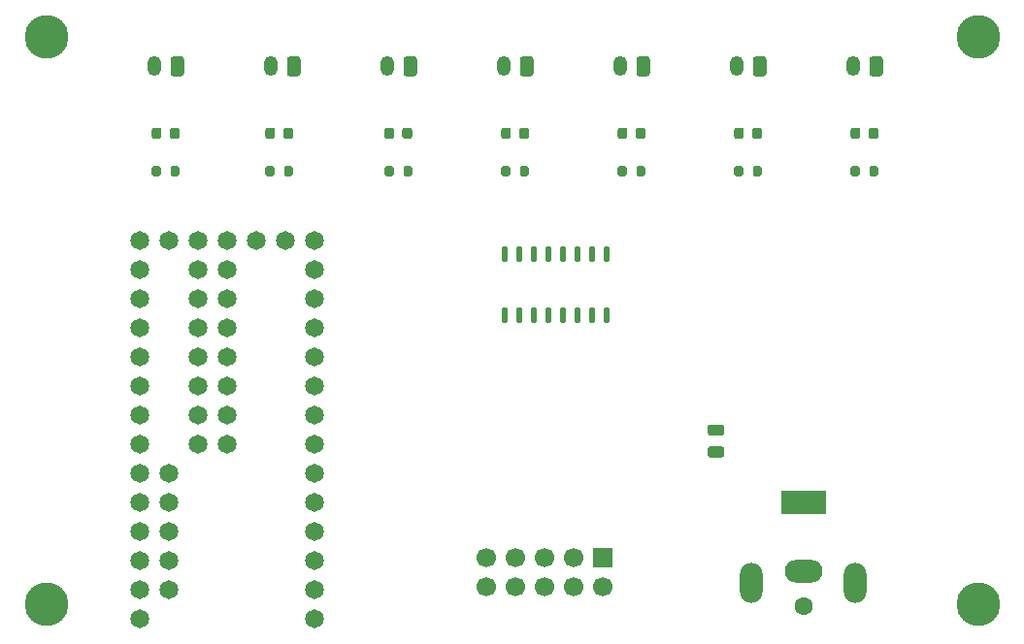
<source format=gbr>
%TF.GenerationSoftware,KiCad,Pcbnew,5.1.7-a382d34a8~87~ubuntu18.04.1*%
%TF.CreationDate,2021-02-24T17:41:24-08:00*%
%TF.ProjectId,teensy3x_solenoid_driver,7465656e-7379-4337-985f-736f6c656e6f,rev?*%
%TF.SameCoordinates,Original*%
%TF.FileFunction,Soldermask,Top*%
%TF.FilePolarity,Negative*%
%FSLAX46Y46*%
G04 Gerber Fmt 4.6, Leading zero omitted, Abs format (unit mm)*
G04 Created by KiCad (PCBNEW 5.1.7-a382d34a8~87~ubuntu18.04.1) date 2021-02-24 17:41:24*
%MOMM*%
%LPD*%
G01*
G04 APERTURE LIST*
%ADD10C,3.810000*%
%ADD11O,1.200000X1.750000*%
%ADD12R,1.700000X1.700000*%
%ADD13C,1.700000*%
%ADD14R,4.000000X2.000000*%
%ADD15O,3.300000X2.000000*%
%ADD16O,2.000000X3.500000*%
%ADD17C,1.600000*%
%ADD18C,1.650000*%
G04 APERTURE END LIST*
D10*
%TO.C,M4*%
X54610000Y-104140000D03*
%TD*%
%TO.C,M3*%
X135890000Y-104140000D03*
%TD*%
%TO.C,M2*%
X135890000Y-54610000D03*
%TD*%
%TO.C,M1*%
X54610000Y-54610000D03*
%TD*%
%TO.C,C1*%
G36*
G01*
X112555000Y-88400000D02*
X113505000Y-88400000D01*
G75*
G02*
X113755000Y-88650000I0J-250000D01*
G01*
X113755000Y-89150000D01*
G75*
G02*
X113505000Y-89400000I-250000J0D01*
G01*
X112555000Y-89400000D01*
G75*
G02*
X112305000Y-89150000I0J250000D01*
G01*
X112305000Y-88650000D01*
G75*
G02*
X112555000Y-88400000I250000J0D01*
G01*
G37*
G36*
G01*
X112555000Y-90300000D02*
X113505000Y-90300000D01*
G75*
G02*
X113755000Y-90550000I0J-250000D01*
G01*
X113755000Y-91050000D01*
G75*
G02*
X113505000Y-91300000I-250000J0D01*
G01*
X112555000Y-91300000D01*
G75*
G02*
X112305000Y-91050000I0J250000D01*
G01*
X112305000Y-90550000D01*
G75*
G02*
X112555000Y-90300000I250000J0D01*
G01*
G37*
%TD*%
%TO.C,J1*%
G36*
G01*
X66640000Y-56524999D02*
X66640000Y-57775001D01*
G75*
G02*
X66390001Y-58025000I-249999J0D01*
G01*
X65689999Y-58025000D01*
G75*
G02*
X65440000Y-57775001I0J249999D01*
G01*
X65440000Y-56524999D01*
G75*
G02*
X65689999Y-56275000I249999J0D01*
G01*
X66390001Y-56275000D01*
G75*
G02*
X66640000Y-56524999I0J-249999D01*
G01*
G37*
D11*
X64040000Y-57150000D03*
%TD*%
%TO.C,J2*%
X74200000Y-57150000D03*
G36*
G01*
X76800000Y-56524999D02*
X76800000Y-57775001D01*
G75*
G02*
X76550001Y-58025000I-249999J0D01*
G01*
X75849999Y-58025000D01*
G75*
G02*
X75600000Y-57775001I0J249999D01*
G01*
X75600000Y-56524999D01*
G75*
G02*
X75849999Y-56275000I249999J0D01*
G01*
X76550001Y-56275000D01*
G75*
G02*
X76800000Y-56524999I0J-249999D01*
G01*
G37*
%TD*%
%TO.C,J3*%
G36*
G01*
X86960000Y-56524999D02*
X86960000Y-57775001D01*
G75*
G02*
X86710001Y-58025000I-249999J0D01*
G01*
X86009999Y-58025000D01*
G75*
G02*
X85760000Y-57775001I0J249999D01*
G01*
X85760000Y-56524999D01*
G75*
G02*
X86009999Y-56275000I249999J0D01*
G01*
X86710001Y-56275000D01*
G75*
G02*
X86960000Y-56524999I0J-249999D01*
G01*
G37*
X84360000Y-57150000D03*
%TD*%
%TO.C,J4*%
X94520000Y-57150000D03*
G36*
G01*
X97120000Y-56524999D02*
X97120000Y-57775001D01*
G75*
G02*
X96870001Y-58025000I-249999J0D01*
G01*
X96169999Y-58025000D01*
G75*
G02*
X95920000Y-57775001I0J249999D01*
G01*
X95920000Y-56524999D01*
G75*
G02*
X96169999Y-56275000I249999J0D01*
G01*
X96870001Y-56275000D01*
G75*
G02*
X97120000Y-56524999I0J-249999D01*
G01*
G37*
%TD*%
%TO.C,J5*%
G36*
G01*
X107280000Y-56524999D02*
X107280000Y-57775001D01*
G75*
G02*
X107030001Y-58025000I-249999J0D01*
G01*
X106329999Y-58025000D01*
G75*
G02*
X106080000Y-57775001I0J249999D01*
G01*
X106080000Y-56524999D01*
G75*
G02*
X106329999Y-56275000I249999J0D01*
G01*
X107030001Y-56275000D01*
G75*
G02*
X107280000Y-56524999I0J-249999D01*
G01*
G37*
X104680000Y-57150000D03*
%TD*%
%TO.C,J6*%
X114840000Y-57150000D03*
G36*
G01*
X117440000Y-56524999D02*
X117440000Y-57775001D01*
G75*
G02*
X117190001Y-58025000I-249999J0D01*
G01*
X116489999Y-58025000D01*
G75*
G02*
X116240000Y-57775001I0J249999D01*
G01*
X116240000Y-56524999D01*
G75*
G02*
X116489999Y-56275000I249999J0D01*
G01*
X117190001Y-56275000D01*
G75*
G02*
X117440000Y-56524999I0J-249999D01*
G01*
G37*
%TD*%
%TO.C,J7*%
G36*
G01*
X127600000Y-56524999D02*
X127600000Y-57775001D01*
G75*
G02*
X127350001Y-58025000I-249999J0D01*
G01*
X126649999Y-58025000D01*
G75*
G02*
X126400000Y-57775001I0J249999D01*
G01*
X126400000Y-56524999D01*
G75*
G02*
X126649999Y-56275000I249999J0D01*
G01*
X127350001Y-56275000D01*
G75*
G02*
X127600000Y-56524999I0J-249999D01*
G01*
G37*
X125000000Y-57150000D03*
%TD*%
D12*
%TO.C,J8*%
X103124000Y-100076000D03*
D13*
X103124000Y-102616000D03*
X100584000Y-100076000D03*
X100584000Y-102616000D03*
X98044000Y-100076000D03*
X98044000Y-102616000D03*
X95504000Y-100076000D03*
X95504000Y-102616000D03*
X92964000Y-100076000D03*
X92964000Y-102616000D03*
%TD*%
D14*
%TO.C,J9*%
X120650000Y-95250000D03*
D15*
X120650000Y-101250000D03*
D16*
X116150000Y-102250000D03*
X125150000Y-102250000D03*
D17*
X120650000Y-104250000D03*
%TD*%
D18*
%TO.C,U1*%
X77978000Y-105410000D03*
X77978000Y-102870000D03*
X77978000Y-100330000D03*
X77978000Y-97790000D03*
X77978000Y-95250000D03*
X77978000Y-92710000D03*
X77978000Y-90170000D03*
X77978000Y-87630000D03*
X77978000Y-85090000D03*
X77978000Y-82550000D03*
X77978000Y-80010000D03*
X77978000Y-77470000D03*
X77978000Y-74930000D03*
X77978000Y-72390000D03*
X75438000Y-72390000D03*
X72898000Y-72390000D03*
X70358000Y-72390000D03*
X67818000Y-72390000D03*
X65278000Y-72390000D03*
X62738000Y-72390000D03*
X62738000Y-74930000D03*
X62738000Y-77470000D03*
X62738000Y-80010000D03*
X62738000Y-82550000D03*
X62738000Y-85090000D03*
X62738000Y-87630000D03*
X62738000Y-90170000D03*
X62738000Y-92710000D03*
X62738000Y-95250000D03*
X62738000Y-97790000D03*
X62738000Y-100330000D03*
X62738000Y-102870000D03*
X62738000Y-105410000D03*
X70358000Y-90170000D03*
X70358000Y-87630000D03*
X70358000Y-85090000D03*
X70358000Y-82550000D03*
X70358000Y-80010000D03*
X70358000Y-77470000D03*
X70358000Y-74930000D03*
X67818000Y-74930000D03*
X67818000Y-77470000D03*
X67818000Y-80010000D03*
X67818000Y-82550000D03*
X67818000Y-85090000D03*
X67818000Y-87630000D03*
X67818000Y-90170000D03*
X65278000Y-92710000D03*
X65278000Y-95250000D03*
X65278000Y-97790000D03*
X65278000Y-102870000D03*
X65278000Y-100330000D03*
%TD*%
%TO.C,U2*%
G36*
G01*
X94752500Y-79525000D02*
X94477500Y-79525000D01*
G75*
G02*
X94340000Y-79387500I0J137500D01*
G01*
X94340000Y-78312500D01*
G75*
G02*
X94477500Y-78175000I137500J0D01*
G01*
X94752500Y-78175000D01*
G75*
G02*
X94890000Y-78312500I0J-137500D01*
G01*
X94890000Y-79387500D01*
G75*
G02*
X94752500Y-79525000I-137500J0D01*
G01*
G37*
G36*
G01*
X96022500Y-79525000D02*
X95747500Y-79525000D01*
G75*
G02*
X95610000Y-79387500I0J137500D01*
G01*
X95610000Y-78312500D01*
G75*
G02*
X95747500Y-78175000I137500J0D01*
G01*
X96022500Y-78175000D01*
G75*
G02*
X96160000Y-78312500I0J-137500D01*
G01*
X96160000Y-79387500D01*
G75*
G02*
X96022500Y-79525000I-137500J0D01*
G01*
G37*
G36*
G01*
X97292500Y-79525000D02*
X97017500Y-79525000D01*
G75*
G02*
X96880000Y-79387500I0J137500D01*
G01*
X96880000Y-78312500D01*
G75*
G02*
X97017500Y-78175000I137500J0D01*
G01*
X97292500Y-78175000D01*
G75*
G02*
X97430000Y-78312500I0J-137500D01*
G01*
X97430000Y-79387500D01*
G75*
G02*
X97292500Y-79525000I-137500J0D01*
G01*
G37*
G36*
G01*
X98562500Y-79525000D02*
X98287500Y-79525000D01*
G75*
G02*
X98150000Y-79387500I0J137500D01*
G01*
X98150000Y-78312500D01*
G75*
G02*
X98287500Y-78175000I137500J0D01*
G01*
X98562500Y-78175000D01*
G75*
G02*
X98700000Y-78312500I0J-137500D01*
G01*
X98700000Y-79387500D01*
G75*
G02*
X98562500Y-79525000I-137500J0D01*
G01*
G37*
G36*
G01*
X99832500Y-79525000D02*
X99557500Y-79525000D01*
G75*
G02*
X99420000Y-79387500I0J137500D01*
G01*
X99420000Y-78312500D01*
G75*
G02*
X99557500Y-78175000I137500J0D01*
G01*
X99832500Y-78175000D01*
G75*
G02*
X99970000Y-78312500I0J-137500D01*
G01*
X99970000Y-79387500D01*
G75*
G02*
X99832500Y-79525000I-137500J0D01*
G01*
G37*
G36*
G01*
X101102500Y-79525000D02*
X100827500Y-79525000D01*
G75*
G02*
X100690000Y-79387500I0J137500D01*
G01*
X100690000Y-78312500D01*
G75*
G02*
X100827500Y-78175000I137500J0D01*
G01*
X101102500Y-78175000D01*
G75*
G02*
X101240000Y-78312500I0J-137500D01*
G01*
X101240000Y-79387500D01*
G75*
G02*
X101102500Y-79525000I-137500J0D01*
G01*
G37*
G36*
G01*
X102372500Y-79525000D02*
X102097500Y-79525000D01*
G75*
G02*
X101960000Y-79387500I0J137500D01*
G01*
X101960000Y-78312500D01*
G75*
G02*
X102097500Y-78175000I137500J0D01*
G01*
X102372500Y-78175000D01*
G75*
G02*
X102510000Y-78312500I0J-137500D01*
G01*
X102510000Y-79387500D01*
G75*
G02*
X102372500Y-79525000I-137500J0D01*
G01*
G37*
G36*
G01*
X103642500Y-79525000D02*
X103367500Y-79525000D01*
G75*
G02*
X103230000Y-79387500I0J137500D01*
G01*
X103230000Y-78312500D01*
G75*
G02*
X103367500Y-78175000I137500J0D01*
G01*
X103642500Y-78175000D01*
G75*
G02*
X103780000Y-78312500I0J-137500D01*
G01*
X103780000Y-79387500D01*
G75*
G02*
X103642500Y-79525000I-137500J0D01*
G01*
G37*
G36*
G01*
X103642500Y-74225000D02*
X103367500Y-74225000D01*
G75*
G02*
X103230000Y-74087500I0J137500D01*
G01*
X103230000Y-73012500D01*
G75*
G02*
X103367500Y-72875000I137500J0D01*
G01*
X103642500Y-72875000D01*
G75*
G02*
X103780000Y-73012500I0J-137500D01*
G01*
X103780000Y-74087500D01*
G75*
G02*
X103642500Y-74225000I-137500J0D01*
G01*
G37*
G36*
G01*
X102372500Y-74225000D02*
X102097500Y-74225000D01*
G75*
G02*
X101960000Y-74087500I0J137500D01*
G01*
X101960000Y-73012500D01*
G75*
G02*
X102097500Y-72875000I137500J0D01*
G01*
X102372500Y-72875000D01*
G75*
G02*
X102510000Y-73012500I0J-137500D01*
G01*
X102510000Y-74087500D01*
G75*
G02*
X102372500Y-74225000I-137500J0D01*
G01*
G37*
G36*
G01*
X101102500Y-74225000D02*
X100827500Y-74225000D01*
G75*
G02*
X100690000Y-74087500I0J137500D01*
G01*
X100690000Y-73012500D01*
G75*
G02*
X100827500Y-72875000I137500J0D01*
G01*
X101102500Y-72875000D01*
G75*
G02*
X101240000Y-73012500I0J-137500D01*
G01*
X101240000Y-74087500D01*
G75*
G02*
X101102500Y-74225000I-137500J0D01*
G01*
G37*
G36*
G01*
X99832500Y-74225000D02*
X99557500Y-74225000D01*
G75*
G02*
X99420000Y-74087500I0J137500D01*
G01*
X99420000Y-73012500D01*
G75*
G02*
X99557500Y-72875000I137500J0D01*
G01*
X99832500Y-72875000D01*
G75*
G02*
X99970000Y-73012500I0J-137500D01*
G01*
X99970000Y-74087500D01*
G75*
G02*
X99832500Y-74225000I-137500J0D01*
G01*
G37*
G36*
G01*
X98562500Y-74225000D02*
X98287500Y-74225000D01*
G75*
G02*
X98150000Y-74087500I0J137500D01*
G01*
X98150000Y-73012500D01*
G75*
G02*
X98287500Y-72875000I137500J0D01*
G01*
X98562500Y-72875000D01*
G75*
G02*
X98700000Y-73012500I0J-137500D01*
G01*
X98700000Y-74087500D01*
G75*
G02*
X98562500Y-74225000I-137500J0D01*
G01*
G37*
G36*
G01*
X97292500Y-74225000D02*
X97017500Y-74225000D01*
G75*
G02*
X96880000Y-74087500I0J137500D01*
G01*
X96880000Y-73012500D01*
G75*
G02*
X97017500Y-72875000I137500J0D01*
G01*
X97292500Y-72875000D01*
G75*
G02*
X97430000Y-73012500I0J-137500D01*
G01*
X97430000Y-74087500D01*
G75*
G02*
X97292500Y-74225000I-137500J0D01*
G01*
G37*
G36*
G01*
X96022500Y-74225000D02*
X95747500Y-74225000D01*
G75*
G02*
X95610000Y-74087500I0J137500D01*
G01*
X95610000Y-73012500D01*
G75*
G02*
X95747500Y-72875000I137500J0D01*
G01*
X96022500Y-72875000D01*
G75*
G02*
X96160000Y-73012500I0J-137500D01*
G01*
X96160000Y-74087500D01*
G75*
G02*
X96022500Y-74225000I-137500J0D01*
G01*
G37*
G36*
G01*
X94752500Y-74225000D02*
X94477500Y-74225000D01*
G75*
G02*
X94340000Y-74087500I0J137500D01*
G01*
X94340000Y-73012500D01*
G75*
G02*
X94477500Y-72875000I137500J0D01*
G01*
X94752500Y-72875000D01*
G75*
G02*
X94890000Y-73012500I0J-137500D01*
G01*
X94890000Y-74087500D01*
G75*
G02*
X94752500Y-74225000I-137500J0D01*
G01*
G37*
%TD*%
%TO.C,D1*%
G36*
G01*
X63799000Y-63248250D02*
X63799000Y-62735750D01*
G75*
G02*
X64017750Y-62517000I218750J0D01*
G01*
X64455250Y-62517000D01*
G75*
G02*
X64674000Y-62735750I0J-218750D01*
G01*
X64674000Y-63248250D01*
G75*
G02*
X64455250Y-63467000I-218750J0D01*
G01*
X64017750Y-63467000D01*
G75*
G02*
X63799000Y-63248250I0J218750D01*
G01*
G37*
G36*
G01*
X65374000Y-63248250D02*
X65374000Y-62735750D01*
G75*
G02*
X65592750Y-62517000I218750J0D01*
G01*
X66030250Y-62517000D01*
G75*
G02*
X66249000Y-62735750I0J-218750D01*
G01*
X66249000Y-63248250D01*
G75*
G02*
X66030250Y-63467000I-218750J0D01*
G01*
X65592750Y-63467000D01*
G75*
G02*
X65374000Y-63248250I0J218750D01*
G01*
G37*
%TD*%
%TO.C,D2*%
G36*
G01*
X75280000Y-63248250D02*
X75280000Y-62735750D01*
G75*
G02*
X75498750Y-62517000I218750J0D01*
G01*
X75936250Y-62517000D01*
G75*
G02*
X76155000Y-62735750I0J-218750D01*
G01*
X76155000Y-63248250D01*
G75*
G02*
X75936250Y-63467000I-218750J0D01*
G01*
X75498750Y-63467000D01*
G75*
G02*
X75280000Y-63248250I0J218750D01*
G01*
G37*
G36*
G01*
X73705000Y-63248250D02*
X73705000Y-62735750D01*
G75*
G02*
X73923750Y-62517000I218750J0D01*
G01*
X74361250Y-62517000D01*
G75*
G02*
X74580000Y-62735750I0J-218750D01*
G01*
X74580000Y-63248250D01*
G75*
G02*
X74361250Y-63467000I-218750J0D01*
G01*
X73923750Y-63467000D01*
G75*
G02*
X73705000Y-63248250I0J218750D01*
G01*
G37*
%TD*%
%TO.C,D3*%
G36*
G01*
X84093500Y-63248250D02*
X84093500Y-62735750D01*
G75*
G02*
X84312250Y-62517000I218750J0D01*
G01*
X84749750Y-62517000D01*
G75*
G02*
X84968500Y-62735750I0J-218750D01*
G01*
X84968500Y-63248250D01*
G75*
G02*
X84749750Y-63467000I-218750J0D01*
G01*
X84312250Y-63467000D01*
G75*
G02*
X84093500Y-63248250I0J218750D01*
G01*
G37*
G36*
G01*
X85668500Y-63248250D02*
X85668500Y-62735750D01*
G75*
G02*
X85887250Y-62517000I218750J0D01*
G01*
X86324750Y-62517000D01*
G75*
G02*
X86543500Y-62735750I0J-218750D01*
G01*
X86543500Y-63248250D01*
G75*
G02*
X86324750Y-63467000I-218750J0D01*
G01*
X85887250Y-63467000D01*
G75*
G02*
X85668500Y-63248250I0J218750D01*
G01*
G37*
%TD*%
%TO.C,D4*%
G36*
G01*
X95854000Y-63248250D02*
X95854000Y-62735750D01*
G75*
G02*
X96072750Y-62517000I218750J0D01*
G01*
X96510250Y-62517000D01*
G75*
G02*
X96729000Y-62735750I0J-218750D01*
G01*
X96729000Y-63248250D01*
G75*
G02*
X96510250Y-63467000I-218750J0D01*
G01*
X96072750Y-63467000D01*
G75*
G02*
X95854000Y-63248250I0J218750D01*
G01*
G37*
G36*
G01*
X94279000Y-63248250D02*
X94279000Y-62735750D01*
G75*
G02*
X94497750Y-62517000I218750J0D01*
G01*
X94935250Y-62517000D01*
G75*
G02*
X95154000Y-62735750I0J-218750D01*
G01*
X95154000Y-63248250D01*
G75*
G02*
X94935250Y-63467000I-218750J0D01*
G01*
X94497750Y-63467000D01*
G75*
G02*
X94279000Y-63248250I0J218750D01*
G01*
G37*
%TD*%
%TO.C,D5*%
G36*
G01*
X104439000Y-63248250D02*
X104439000Y-62735750D01*
G75*
G02*
X104657750Y-62517000I218750J0D01*
G01*
X105095250Y-62517000D01*
G75*
G02*
X105314000Y-62735750I0J-218750D01*
G01*
X105314000Y-63248250D01*
G75*
G02*
X105095250Y-63467000I-218750J0D01*
G01*
X104657750Y-63467000D01*
G75*
G02*
X104439000Y-63248250I0J218750D01*
G01*
G37*
G36*
G01*
X106014000Y-63248250D02*
X106014000Y-62735750D01*
G75*
G02*
X106232750Y-62517000I218750J0D01*
G01*
X106670250Y-62517000D01*
G75*
G02*
X106889000Y-62735750I0J-218750D01*
G01*
X106889000Y-63248250D01*
G75*
G02*
X106670250Y-63467000I-218750J0D01*
G01*
X106232750Y-63467000D01*
G75*
G02*
X106014000Y-63248250I0J218750D01*
G01*
G37*
%TD*%
%TO.C,D6*%
G36*
G01*
X116174000Y-63248250D02*
X116174000Y-62735750D01*
G75*
G02*
X116392750Y-62517000I218750J0D01*
G01*
X116830250Y-62517000D01*
G75*
G02*
X117049000Y-62735750I0J-218750D01*
G01*
X117049000Y-63248250D01*
G75*
G02*
X116830250Y-63467000I-218750J0D01*
G01*
X116392750Y-63467000D01*
G75*
G02*
X116174000Y-63248250I0J218750D01*
G01*
G37*
G36*
G01*
X114599000Y-63248250D02*
X114599000Y-62735750D01*
G75*
G02*
X114817750Y-62517000I218750J0D01*
G01*
X115255250Y-62517000D01*
G75*
G02*
X115474000Y-62735750I0J-218750D01*
G01*
X115474000Y-63248250D01*
G75*
G02*
X115255250Y-63467000I-218750J0D01*
G01*
X114817750Y-63467000D01*
G75*
G02*
X114599000Y-63248250I0J218750D01*
G01*
G37*
%TD*%
%TO.C,D7*%
G36*
G01*
X124759000Y-63248250D02*
X124759000Y-62735750D01*
G75*
G02*
X124977750Y-62517000I218750J0D01*
G01*
X125415250Y-62517000D01*
G75*
G02*
X125634000Y-62735750I0J-218750D01*
G01*
X125634000Y-63248250D01*
G75*
G02*
X125415250Y-63467000I-218750J0D01*
G01*
X124977750Y-63467000D01*
G75*
G02*
X124759000Y-63248250I0J218750D01*
G01*
G37*
G36*
G01*
X126334000Y-63248250D02*
X126334000Y-62735750D01*
G75*
G02*
X126552750Y-62517000I218750J0D01*
G01*
X126990250Y-62517000D01*
G75*
G02*
X127209000Y-62735750I0J-218750D01*
G01*
X127209000Y-63248250D01*
G75*
G02*
X126990250Y-63467000I-218750J0D01*
G01*
X126552750Y-63467000D01*
G75*
G02*
X126334000Y-63248250I0J218750D01*
G01*
G37*
%TD*%
%TO.C,R1*%
G36*
G01*
X65449000Y-66569000D02*
X65449000Y-66019000D01*
G75*
G02*
X65649000Y-65819000I200000J0D01*
G01*
X66049000Y-65819000D01*
G75*
G02*
X66249000Y-66019000I0J-200000D01*
G01*
X66249000Y-66569000D01*
G75*
G02*
X66049000Y-66769000I-200000J0D01*
G01*
X65649000Y-66769000D01*
G75*
G02*
X65449000Y-66569000I0J200000D01*
G01*
G37*
G36*
G01*
X63799000Y-66569000D02*
X63799000Y-66019000D01*
G75*
G02*
X63999000Y-65819000I200000J0D01*
G01*
X64399000Y-65819000D01*
G75*
G02*
X64599000Y-66019000I0J-200000D01*
G01*
X64599000Y-66569000D01*
G75*
G02*
X64399000Y-66769000I-200000J0D01*
G01*
X63999000Y-66769000D01*
G75*
G02*
X63799000Y-66569000I0J200000D01*
G01*
G37*
%TD*%
%TO.C,R2*%
G36*
G01*
X75355000Y-66569000D02*
X75355000Y-66019000D01*
G75*
G02*
X75555000Y-65819000I200000J0D01*
G01*
X75955000Y-65819000D01*
G75*
G02*
X76155000Y-66019000I0J-200000D01*
G01*
X76155000Y-66569000D01*
G75*
G02*
X75955000Y-66769000I-200000J0D01*
G01*
X75555000Y-66769000D01*
G75*
G02*
X75355000Y-66569000I0J200000D01*
G01*
G37*
G36*
G01*
X73705000Y-66569000D02*
X73705000Y-66019000D01*
G75*
G02*
X73905000Y-65819000I200000J0D01*
G01*
X74305000Y-65819000D01*
G75*
G02*
X74505000Y-66019000I0J-200000D01*
G01*
X74505000Y-66569000D01*
G75*
G02*
X74305000Y-66769000I-200000J0D01*
G01*
X73905000Y-66769000D01*
G75*
G02*
X73705000Y-66569000I0J200000D01*
G01*
G37*
%TD*%
%TO.C,R3*%
G36*
G01*
X84119000Y-66569000D02*
X84119000Y-66019000D01*
G75*
G02*
X84319000Y-65819000I200000J0D01*
G01*
X84719000Y-65819000D01*
G75*
G02*
X84919000Y-66019000I0J-200000D01*
G01*
X84919000Y-66569000D01*
G75*
G02*
X84719000Y-66769000I-200000J0D01*
G01*
X84319000Y-66769000D01*
G75*
G02*
X84119000Y-66569000I0J200000D01*
G01*
G37*
G36*
G01*
X85769000Y-66569000D02*
X85769000Y-66019000D01*
G75*
G02*
X85969000Y-65819000I200000J0D01*
G01*
X86369000Y-65819000D01*
G75*
G02*
X86569000Y-66019000I0J-200000D01*
G01*
X86569000Y-66569000D01*
G75*
G02*
X86369000Y-66769000I-200000J0D01*
G01*
X85969000Y-66769000D01*
G75*
G02*
X85769000Y-66569000I0J200000D01*
G01*
G37*
%TD*%
%TO.C,R4*%
G36*
G01*
X95929000Y-66569000D02*
X95929000Y-66019000D01*
G75*
G02*
X96129000Y-65819000I200000J0D01*
G01*
X96529000Y-65819000D01*
G75*
G02*
X96729000Y-66019000I0J-200000D01*
G01*
X96729000Y-66569000D01*
G75*
G02*
X96529000Y-66769000I-200000J0D01*
G01*
X96129000Y-66769000D01*
G75*
G02*
X95929000Y-66569000I0J200000D01*
G01*
G37*
G36*
G01*
X94279000Y-66569000D02*
X94279000Y-66019000D01*
G75*
G02*
X94479000Y-65819000I200000J0D01*
G01*
X94879000Y-65819000D01*
G75*
G02*
X95079000Y-66019000I0J-200000D01*
G01*
X95079000Y-66569000D01*
G75*
G02*
X94879000Y-66769000I-200000J0D01*
G01*
X94479000Y-66769000D01*
G75*
G02*
X94279000Y-66569000I0J200000D01*
G01*
G37*
%TD*%
%TO.C,R5*%
G36*
G01*
X104439000Y-66569000D02*
X104439000Y-66019000D01*
G75*
G02*
X104639000Y-65819000I200000J0D01*
G01*
X105039000Y-65819000D01*
G75*
G02*
X105239000Y-66019000I0J-200000D01*
G01*
X105239000Y-66569000D01*
G75*
G02*
X105039000Y-66769000I-200000J0D01*
G01*
X104639000Y-66769000D01*
G75*
G02*
X104439000Y-66569000I0J200000D01*
G01*
G37*
G36*
G01*
X106089000Y-66569000D02*
X106089000Y-66019000D01*
G75*
G02*
X106289000Y-65819000I200000J0D01*
G01*
X106689000Y-65819000D01*
G75*
G02*
X106889000Y-66019000I0J-200000D01*
G01*
X106889000Y-66569000D01*
G75*
G02*
X106689000Y-66769000I-200000J0D01*
G01*
X106289000Y-66769000D01*
G75*
G02*
X106089000Y-66569000I0J200000D01*
G01*
G37*
%TD*%
%TO.C,R6*%
G36*
G01*
X116249000Y-66569000D02*
X116249000Y-66019000D01*
G75*
G02*
X116449000Y-65819000I200000J0D01*
G01*
X116849000Y-65819000D01*
G75*
G02*
X117049000Y-66019000I0J-200000D01*
G01*
X117049000Y-66569000D01*
G75*
G02*
X116849000Y-66769000I-200000J0D01*
G01*
X116449000Y-66769000D01*
G75*
G02*
X116249000Y-66569000I0J200000D01*
G01*
G37*
G36*
G01*
X114599000Y-66569000D02*
X114599000Y-66019000D01*
G75*
G02*
X114799000Y-65819000I200000J0D01*
G01*
X115199000Y-65819000D01*
G75*
G02*
X115399000Y-66019000I0J-200000D01*
G01*
X115399000Y-66569000D01*
G75*
G02*
X115199000Y-66769000I-200000J0D01*
G01*
X114799000Y-66769000D01*
G75*
G02*
X114599000Y-66569000I0J200000D01*
G01*
G37*
%TD*%
%TO.C,R7*%
G36*
G01*
X124759000Y-66569000D02*
X124759000Y-66019000D01*
G75*
G02*
X124959000Y-65819000I200000J0D01*
G01*
X125359000Y-65819000D01*
G75*
G02*
X125559000Y-66019000I0J-200000D01*
G01*
X125559000Y-66569000D01*
G75*
G02*
X125359000Y-66769000I-200000J0D01*
G01*
X124959000Y-66769000D01*
G75*
G02*
X124759000Y-66569000I0J200000D01*
G01*
G37*
G36*
G01*
X126409000Y-66569000D02*
X126409000Y-66019000D01*
G75*
G02*
X126609000Y-65819000I200000J0D01*
G01*
X127009000Y-65819000D01*
G75*
G02*
X127209000Y-66019000I0J-200000D01*
G01*
X127209000Y-66569000D01*
G75*
G02*
X127009000Y-66769000I-200000J0D01*
G01*
X126609000Y-66769000D01*
G75*
G02*
X126409000Y-66569000I0J200000D01*
G01*
G37*
%TD*%
M02*

</source>
